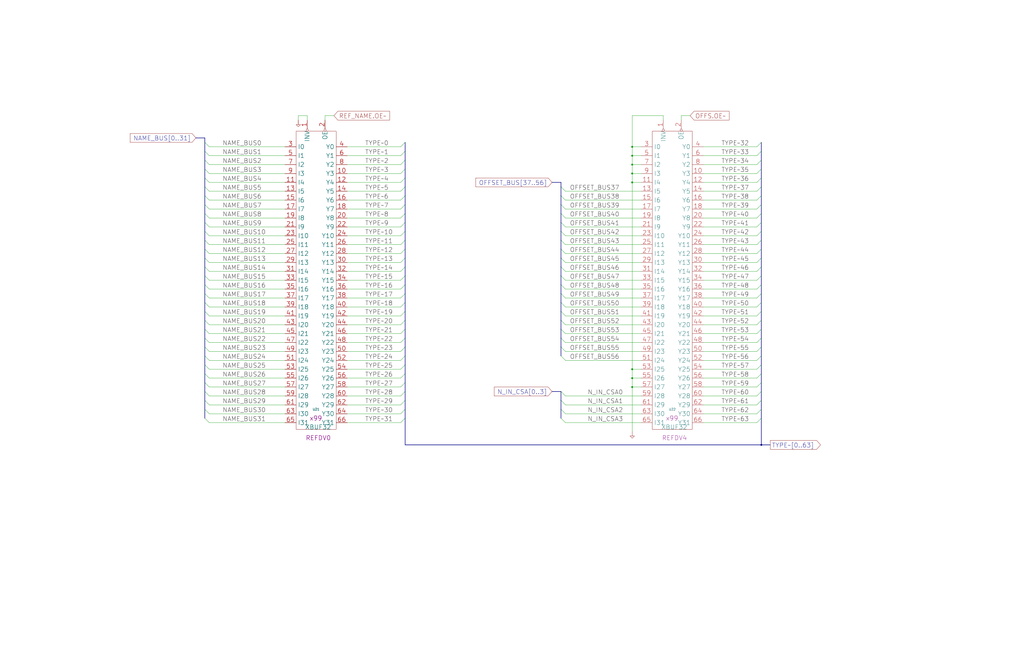
<source format=kicad_sch>
(kicad_sch (version 20230121) (generator eeschema)
  (paper "User" 584.2 378.46)
  (title_block (title "CONTROL STACK REF DRIVE") (date "22-MAY-90") (rev "1.0") (comment 1 "SEQUENCER") (comment 2 "232-003064") (comment 3 "S400") (comment 4 "RELEASED"))
  (lib_symbols
    (symbol "r1000:PD" (power) (pin_numbers hide) (pin_names hide) (in_bom no)
      (symbol "PD_0_1"
        (polyline (pts (xy 0 -2.54) (xy 1.27 -2.54) (xy 0 -3.81) (xy -1.27 -2.54) (xy 0 -2.54)) (stroke (width 0.1524)))
      )
      (symbol "PD_1_1"
        (pin power_in line (at 0 0 270) (length 2.54) (name "PD") (number "1"))
      )
    )
    (symbol "r1000:XBUF32" (pin_names (offset 1.016))
      (property "Reference" "U" (at 2.54 5.08 0))
      (property "Value" "XBUF32" (at -3.81 -5.08 0))
      (property "Location" "___" (at -1.27 0 0))
      (property "Name" "______" (at 3.81 -12.7 0))
      (symbol "XBUF32_1_1"
        (rectangle (start -8.89 163.83) (end 13.97 -6.35))
        (circle (center -2.54 164.465) (radius 0.635))
        (circle (center 7.62 164.465) (radius 0.635))
        (pin input line (at -2.54 170.18 270) (length 5.08) (name "INV") (number "1"))
        (pin tri_state line (at 20.32 139.7 180) (length 6.35) (name "Y3") (number "10"))
        (pin input line (at -15.24 134.62 0) (length 6.35) (name "I4") (number "11"))
        (pin tri_state line (at 20.32 134.62 180) (length 6.35) (name "Y4") (number "12"))
        (pin input line (at -15.24 129.54 0) (length 6.35) (name "I5") (number "13"))
        (pin tri_state line (at 20.32 129.54 180) (length 6.35) (name "Y5") (number "14"))
        (pin input line (at -15.24 124.46 0) (length 6.35) (name "I6") (number "15"))
        (pin tri_state line (at 20.32 124.46 180) (length 6.35) (name "Y6") (number "16"))
        (pin input line (at -15.24 119.38 0) (length 6.35) (name "I7") (number "17"))
        (pin tri_state line (at 20.32 119.38 180) (length 6.35) (name "Y7") (number "18"))
        (pin input line (at -15.24 114.3 0) (length 6.35) (name "I8") (number "19"))
        (pin input line (at 7.62 170.18 270) (length 5.08) (name "OE") (number "2"))
        (pin tri_state line (at 20.32 114.3 180) (length 6.35) (name "Y8") (number "20"))
        (pin input line (at -15.24 109.22 0) (length 6.35) (name "I9") (number "21"))
        (pin tri_state line (at 20.32 109.22 180) (length 6.35) (name "Y9") (number "22"))
        (pin input line (at -15.24 104.14 0) (length 6.35) (name "I10") (number "23"))
        (pin tri_state line (at 20.32 104.14 180) (length 6.35) (name "Y10") (number "24"))
        (pin input line (at -15.24 99.06 0) (length 6.35) (name "I11") (number "25"))
        (pin tri_state line (at 20.32 99.06 180) (length 6.35) (name "Y11") (number "26"))
        (pin input line (at -15.24 93.98 0) (length 6.35) (name "I12") (number "27"))
        (pin tri_state line (at 20.32 93.98 180) (length 6.35) (name "Y12") (number "28"))
        (pin input line (at -15.24 88.9 0) (length 6.35) (name "I13") (number "29"))
        (pin input line (at -15.24 154.94 0) (length 6.35) (name "I0") (number "3"))
        (pin tri_state line (at 20.32 88.9 180) (length 6.35) (name "Y13") (number "30"))
        (pin input line (at -15.24 83.82 0) (length 6.35) (name "I14") (number "31"))
        (pin tri_state line (at 20.32 83.82 180) (length 6.35) (name "Y14") (number "32"))
        (pin input line (at -15.24 78.74 0) (length 6.35) (name "I15") (number "33"))
        (pin tri_state line (at 20.32 78.74 180) (length 6.35) (name "Y15") (number "34"))
        (pin input line (at -15.24 73.66 0) (length 6.35) (name "I16") (number "35"))
        (pin tri_state line (at 20.32 73.66 180) (length 6.35) (name "Y16") (number "36"))
        (pin input line (at -15.24 68.58 0) (length 6.35) (name "I17") (number "37"))
        (pin tri_state line (at 20.32 68.58 180) (length 6.35) (name "Y17") (number "38"))
        (pin input line (at -15.24 63.5 0) (length 6.35) (name "I18") (number "39"))
        (pin tri_state line (at 20.32 154.94 180) (length 6.35) (name "Y0") (number "4"))
        (pin tri_state line (at 20.32 63.5 180) (length 6.35) (name "Y18") (number "40"))
        (pin input line (at -15.24 58.42 0) (length 6.35) (name "I19") (number "41"))
        (pin tri_state line (at 20.32 58.42 180) (length 6.35) (name "Y19") (number "42"))
        (pin input line (at -15.24 53.34 0) (length 6.35) (name "I20") (number "43"))
        (pin tri_state line (at 20.32 53.34 180) (length 6.35) (name "Y20") (number "44"))
        (pin input line (at -15.24 48.26 0) (length 6.35) (name "I21") (number "45"))
        (pin tri_state line (at 20.32 48.26 180) (length 6.35) (name "Y21") (number "46"))
        (pin input line (at -15.24 43.18 0) (length 6.35) (name "I22") (number "47"))
        (pin tri_state line (at 20.32 43.18 180) (length 6.35) (name "Y22") (number "48"))
        (pin input line (at -15.24 38.1 0) (length 6.35) (name "I23") (number "49"))
        (pin input line (at -15.24 149.86 0) (length 6.35) (name "I1") (number "5"))
        (pin tri_state line (at 20.32 38.1 180) (length 6.35) (name "Y23") (number "50"))
        (pin input line (at -15.24 33.02 0) (length 6.35) (name "I24") (number "51"))
        (pin tri_state line (at 20.32 33.02 180) (length 6.35) (name "Y24") (number "52"))
        (pin input line (at -15.24 27.94 0) (length 6.35) (name "I25") (number "53"))
        (pin tri_state line (at 20.32 27.94 180) (length 6.35) (name "Y25") (number "54"))
        (pin input line (at -15.24 22.86 0) (length 6.35) (name "I26") (number "55"))
        (pin tri_state line (at 20.32 22.86 180) (length 6.35) (name "Y26") (number "56"))
        (pin input line (at -15.24 17.78 0) (length 6.35) (name "I27") (number "57"))
        (pin tri_state line (at 20.32 17.78 180) (length 6.35) (name "Y27") (number "58"))
        (pin input line (at -15.24 12.7 0) (length 6.35) (name "I28") (number "59"))
        (pin tri_state line (at 20.32 149.86 180) (length 6.35) (name "Y1") (number "6"))
        (pin tri_state line (at 20.32 12.7 180) (length 6.35) (name "Y28") (number "60"))
        (pin input line (at -15.24 7.62 0) (length 6.35) (name "I29") (number "61"))
        (pin tri_state line (at 20.32 7.62 180) (length 6.35) (name "Y29") (number "62"))
        (pin input line (at -15.24 2.54 0) (length 6.35) (name "I30") (number "63"))
        (pin tri_state line (at 20.32 2.54 180) (length 6.35) (name "Y30") (number "64"))
        (pin input line (at -15.24 -2.54 0) (length 6.35) (name "I31") (number "65"))
        (pin tri_state line (at 20.32 -2.54 180) (length 6.35) (name "Y31") (number "66"))
        (pin input line (at -15.24 144.78 0) (length 6.35) (name "I2") (number "7"))
        (pin tri_state line (at 20.32 144.78 180) (length 6.35) (name "Y2") (number "8"))
        (pin input line (at -15.24 139.7 0) (length 6.35) (name "I3") (number "9"))
      )
    )
  )
  (junction (at 360.68 83.82))
  (junction (at 360.68 104.14))
  (junction (at 360.68 99.06))
  (junction (at 360.68 220.98))
  (junction (at 360.68 88.9))
  (junction (at 360.68 93.98))
  (junction (at 434.34 254))
  (junction (at 360.68 210.82))
  (junction (at 360.68 215.9))
  (bus_entry (at 231.14 172.72) (size -2.54 2.54))
  (bus_entry (at 434.34 203.2) (size -2.54 2.54))
  (bus_entry (at 434.34 121.92) (size -2.54 2.54))
  (bus_entry (at 231.14 127) (size -2.54 2.54))
  (bus_entry (at 434.34 218.44) (size -2.54 2.54))
  (bus_entry (at 231.14 203.2) (size -2.54 2.54))
  (bus_entry (at 116.84 121.92) (size 2.54 2.54))
  (bus_entry (at 320.04 187.96) (size 2.54 2.54))
  (bus_entry (at 320.04 182.88) (size 2.54 2.54))
  (bus_entry (at 116.84 162.56) (size 2.54 2.54))
  (bus_entry (at 116.84 182.88) (size 2.54 2.54))
  (bus_entry (at 320.04 162.56) (size 2.54 2.54))
  (bus_entry (at 231.14 152.4) (size -2.54 2.54))
  (bus_entry (at 434.34 223.52) (size -2.54 2.54))
  (bus_entry (at 231.14 193.04) (size -2.54 2.54))
  (bus_entry (at 231.14 187.96) (size -2.54 2.54))
  (bus_entry (at 231.14 218.44) (size -2.54 2.54))
  (bus_entry (at 116.84 187.96) (size 2.54 2.54))
  (bus_entry (at 231.14 157.48) (size -2.54 2.54))
  (bus_entry (at 320.04 203.2) (size 2.54 2.54))
  (bus_entry (at 320.04 172.72) (size 2.54 2.54))
  (bus_entry (at 231.14 101.6) (size -2.54 2.54))
  (bus_entry (at 116.84 147.32) (size 2.54 2.54))
  (bus_entry (at 434.34 208.28) (size -2.54 2.54))
  (bus_entry (at 116.84 208.28) (size 2.54 2.54))
  (bus_entry (at 116.84 101.6) (size 2.54 2.54))
  (bus_entry (at 434.34 167.64) (size -2.54 2.54))
  (bus_entry (at 116.84 218.44) (size 2.54 2.54))
  (bus_entry (at 231.14 106.68) (size -2.54 2.54))
  (bus_entry (at 434.34 111.76) (size -2.54 2.54))
  (bus_entry (at 434.34 182.88) (size -2.54 2.54))
  (bus_entry (at 231.14 111.76) (size -2.54 2.54))
  (bus_entry (at 116.84 172.72) (size 2.54 2.54))
  (bus_entry (at 231.14 132.08) (size -2.54 2.54))
  (bus_entry (at 434.34 91.44) (size -2.54 2.54))
  (bus_entry (at 116.84 132.08) (size 2.54 2.54))
  (bus_entry (at 434.34 162.56) (size -2.54 2.54))
  (bus_entry (at 231.14 167.64) (size -2.54 2.54))
  (bus_entry (at 434.34 172.72) (size -2.54 2.54))
  (bus_entry (at 231.14 142.24) (size -2.54 2.54))
  (bus_entry (at 434.34 193.04) (size -2.54 2.54))
  (bus_entry (at 116.84 81.28) (size 2.54 2.54))
  (bus_entry (at 116.84 233.68) (size 2.54 2.54))
  (bus_entry (at 116.84 106.68) (size 2.54 2.54))
  (bus_entry (at 434.34 198.12) (size -2.54 2.54))
  (bus_entry (at 434.34 106.68) (size -2.54 2.54))
  (bus_entry (at 231.14 96.52) (size -2.54 2.54))
  (bus_entry (at 116.84 198.12) (size 2.54 2.54))
  (bus_entry (at 320.04 152.4) (size 2.54 2.54))
  (bus_entry (at 434.34 233.68) (size -2.54 2.54))
  (bus_entry (at 231.14 86.36) (size -2.54 2.54))
  (bus_entry (at 116.84 193.04) (size 2.54 2.54))
  (bus_entry (at 434.34 152.4) (size -2.54 2.54))
  (bus_entry (at 116.84 213.36) (size 2.54 2.54))
  (bus_entry (at 231.14 147.32) (size -2.54 2.54))
  (bus_entry (at 231.14 223.52) (size -2.54 2.54))
  (bus_entry (at 231.14 91.44) (size -2.54 2.54))
  (bus_entry (at 434.34 228.6) (size -2.54 2.54))
  (bus_entry (at 116.84 152.4) (size 2.54 2.54))
  (bus_entry (at 320.04 177.8) (size 2.54 2.54))
  (bus_entry (at 116.84 238.76) (size 2.54 2.54))
  (bus_entry (at 116.84 91.44) (size 2.54 2.54))
  (bus_entry (at 434.34 238.76) (size -2.54 2.54))
  (bus_entry (at 320.04 106.68) (size 2.54 2.54))
  (bus_entry (at 320.04 121.92) (size 2.54 2.54))
  (bus_entry (at 231.14 213.36) (size -2.54 2.54))
  (bus_entry (at 434.34 187.96) (size -2.54 2.54))
  (bus_entry (at 320.04 116.84) (size 2.54 2.54))
  (bus_entry (at 320.04 238.76) (size 2.54 2.54))
  (bus_entry (at 320.04 147.32) (size 2.54 2.54))
  (bus_entry (at 231.14 177.8) (size -2.54 2.54))
  (bus_entry (at 116.84 116.84) (size 2.54 2.54))
  (bus_entry (at 116.84 86.36) (size 2.54 2.54))
  (bus_entry (at 231.14 121.92) (size -2.54 2.54))
  (bus_entry (at 116.84 223.52) (size 2.54 2.54))
  (bus_entry (at 434.34 177.8) (size -2.54 2.54))
  (bus_entry (at 116.84 167.64) (size 2.54 2.54))
  (bus_entry (at 116.84 157.48) (size 2.54 2.54))
  (bus_entry (at 116.84 137.16) (size 2.54 2.54))
  (bus_entry (at 116.84 111.76) (size 2.54 2.54))
  (bus_entry (at 231.14 228.6) (size -2.54 2.54))
  (bus_entry (at 231.14 198.12) (size -2.54 2.54))
  (bus_entry (at 231.14 137.16) (size -2.54 2.54))
  (bus_entry (at 434.34 81.28) (size -2.54 2.54))
  (bus_entry (at 434.34 142.24) (size -2.54 2.54))
  (bus_entry (at 231.14 238.76) (size -2.54 2.54))
  (bus_entry (at 231.14 208.28) (size -2.54 2.54))
  (bus_entry (at 116.84 96.52) (size 2.54 2.54))
  (bus_entry (at 231.14 162.56) (size -2.54 2.54))
  (bus_entry (at 231.14 233.68) (size -2.54 2.54))
  (bus_entry (at 116.84 142.24) (size 2.54 2.54))
  (bus_entry (at 320.04 198.12) (size 2.54 2.54))
  (bus_entry (at 320.04 142.24) (size 2.54 2.54))
  (bus_entry (at 231.14 116.84) (size -2.54 2.54))
  (bus_entry (at 231.14 81.28) (size -2.54 2.54))
  (bus_entry (at 434.34 132.08) (size -2.54 2.54))
  (bus_entry (at 320.04 233.68) (size 2.54 2.54))
  (bus_entry (at 434.34 213.36) (size -2.54 2.54))
  (bus_entry (at 434.34 157.48) (size -2.54 2.54))
  (bus_entry (at 116.84 127) (size 2.54 2.54))
  (bus_entry (at 320.04 228.6) (size 2.54 2.54))
  (bus_entry (at 320.04 127) (size 2.54 2.54))
  (bus_entry (at 116.84 203.2) (size 2.54 2.54))
  (bus_entry (at 434.34 101.6) (size -2.54 2.54))
  (bus_entry (at 231.14 182.88) (size -2.54 2.54))
  (bus_entry (at 320.04 193.04) (size 2.54 2.54))
  (bus_entry (at 116.84 228.6) (size 2.54 2.54))
  (bus_entry (at 434.34 127) (size -2.54 2.54))
  (bus_entry (at 116.84 177.8) (size 2.54 2.54))
  (bus_entry (at 434.34 116.84) (size -2.54 2.54))
  (bus_entry (at 434.34 147.32) (size -2.54 2.54))
  (bus_entry (at 320.04 111.76) (size 2.54 2.54))
  (bus_entry (at 434.34 86.36) (size -2.54 2.54))
  (bus_entry (at 320.04 137.16) (size 2.54 2.54))
  (bus_entry (at 320.04 157.48) (size 2.54 2.54))
  (bus_entry (at 320.04 132.08) (size 2.54 2.54))
  (bus_entry (at 320.04 223.52) (size 2.54 2.54))
  (bus_entry (at 434.34 96.52) (size -2.54 2.54))
  (bus_entry (at 320.04 167.64) (size 2.54 2.54))
  (bus_entry (at 434.34 137.16) (size -2.54 2.54))
  (wire (pts (xy 198.12 215.9) (xy 228.6 215.9)))
  (wire (pts (xy 119.38 149.86) (xy 162.56 149.86)))
  (wire (pts (xy 198.12 104.14) (xy 228.6 104.14)))
  (wire (pts (xy 322.58 134.62) (xy 365.76 134.62)))
  (wire (pts (xy 198.12 124.46) (xy 228.6 124.46)))
  (wire (pts (xy 119.38 175.26) (xy 162.56 175.26)))
  (bus (pts (xy 320.04 172.72) (xy 320.04 177.8)))
  (bus (pts (xy 231.14 213.36) (xy 231.14 218.44)))
  (wire (pts (xy 401.32 154.94) (xy 431.8 154.94)))
  (wire (pts (xy 360.68 210.82) (xy 360.68 215.9)))
  (wire (pts (xy 360.68 83.82) (xy 360.68 88.9)))
  (bus (pts (xy 231.14 132.08) (xy 231.14 137.16)))
  (wire (pts (xy 360.68 104.14) (xy 365.76 104.14)))
  (wire (pts (xy 322.58 175.26) (xy 365.76 175.26)))
  (wire (pts (xy 322.58 119.38) (xy 365.76 119.38)))
  (bus (pts (xy 116.84 208.28) (xy 116.84 213.36)))
  (bus (pts (xy 116.84 187.96) (xy 116.84 193.04)))
  (wire (pts (xy 119.38 129.54) (xy 162.56 129.54)))
  (wire (pts (xy 119.38 185.42) (xy 162.56 185.42)))
  (wire (pts (xy 198.12 220.98) (xy 228.6 220.98)))
  (wire (pts (xy 198.12 139.7) (xy 228.6 139.7)))
  (wire (pts (xy 185.42 66.04) (xy 185.42 68.58)))
  (wire (pts (xy 360.68 215.9) (xy 365.76 215.9)))
  (bus (pts (xy 320.04 162.56) (xy 320.04 167.64)))
  (wire (pts (xy 198.12 129.54) (xy 228.6 129.54)))
  (bus (pts (xy 320.04 152.4) (xy 320.04 157.48)))
  (wire (pts (xy 322.58 226.06) (xy 365.76 226.06)))
  (wire (pts (xy 322.58 185.42) (xy 365.76 185.42)))
  (wire (pts (xy 198.12 170.18) (xy 228.6 170.18)))
  (wire (pts (xy 198.12 160.02) (xy 228.6 160.02)))
  (bus (pts (xy 434.34 167.64) (xy 434.34 172.72)))
  (wire (pts (xy 401.32 134.62) (xy 431.8 134.62)))
  (bus (pts (xy 231.14 137.16) (xy 231.14 142.24)))
  (bus (pts (xy 116.84 142.24) (xy 116.84 147.32)))
  (wire (pts (xy 198.12 195.58) (xy 228.6 195.58)))
  (wire (pts (xy 119.38 165.1) (xy 162.56 165.1)))
  (bus (pts (xy 320.04 223.52) (xy 320.04 228.6)))
  (bus (pts (xy 320.04 193.04) (xy 320.04 198.12)))
  (wire (pts (xy 322.58 231.14) (xy 365.76 231.14)))
  (bus (pts (xy 320.04 233.68) (xy 320.04 238.76)))
  (wire (pts (xy 322.58 190.5) (xy 365.76 190.5)))
  (bus (pts (xy 116.84 86.36) (xy 116.84 91.44)))
  (bus (pts (xy 434.34 142.24) (xy 434.34 147.32)))
  (bus (pts (xy 116.84 91.44) (xy 116.84 96.52)))
  (bus (pts (xy 434.34 157.48) (xy 434.34 162.56)))
  (bus (pts (xy 320.04 177.8) (xy 320.04 182.88)))
  (bus (pts (xy 434.34 81.28) (xy 434.34 86.36)))
  (bus (pts (xy 434.34 137.16) (xy 434.34 142.24)))
  (bus (pts (xy 116.84 218.44) (xy 116.84 223.52)))
  (wire (pts (xy 322.58 195.58) (xy 365.76 195.58)))
  (bus (pts (xy 116.84 127) (xy 116.84 132.08)))
  (wire (pts (xy 119.38 119.38) (xy 162.56 119.38)))
  (wire (pts (xy 119.38 88.9) (xy 162.56 88.9)))
  (wire (pts (xy 401.32 185.42) (xy 431.8 185.42)))
  (wire (pts (xy 401.32 190.5) (xy 431.8 190.5)))
  (wire (pts (xy 198.12 205.74) (xy 228.6 205.74)))
  (bus (pts (xy 320.04 104.14) (xy 320.04 106.68)))
  (wire (pts (xy 360.68 104.14) (xy 360.68 210.82)))
  (wire (pts (xy 119.38 109.22) (xy 162.56 109.22)))
  (wire (pts (xy 119.38 93.98) (xy 162.56 93.98)))
  (wire (pts (xy 119.38 231.14) (xy 162.56 231.14)))
  (wire (pts (xy 198.12 200.66) (xy 228.6 200.66)))
  (bus (pts (xy 231.14 142.24) (xy 231.14 147.32)))
  (wire (pts (xy 198.12 88.9) (xy 228.6 88.9)))
  (bus (pts (xy 231.14 96.52) (xy 231.14 101.6)))
  (bus (pts (xy 434.34 198.12) (xy 434.34 203.2)))
  (bus (pts (xy 434.34 172.72) (xy 434.34 177.8)))
  (wire (pts (xy 401.32 114.3) (xy 431.8 114.3)))
  (bus (pts (xy 231.14 101.6) (xy 231.14 106.68)))
  (wire (pts (xy 388.62 66.04) (xy 388.62 68.58)))
  (wire (pts (xy 360.68 99.06) (xy 365.76 99.06)))
  (wire (pts (xy 360.68 220.98) (xy 365.76 220.98)))
  (bus (pts (xy 320.04 137.16) (xy 320.04 142.24)))
  (wire (pts (xy 322.58 139.7) (xy 365.76 139.7)))
  (wire (pts (xy 401.32 165.1) (xy 431.8 165.1)))
  (bus (pts (xy 434.34 233.68) (xy 434.34 238.76)))
  (wire (pts (xy 198.12 185.42) (xy 228.6 185.42)))
  (bus (pts (xy 116.84 182.88) (xy 116.84 187.96)))
  (wire (pts (xy 322.58 149.86) (xy 365.76 149.86)))
  (wire (pts (xy 393.7 66.04) (xy 388.62 66.04)))
  (bus (pts (xy 231.14 182.88) (xy 231.14 187.96)))
  (bus (pts (xy 116.84 78.74) (xy 116.84 81.28)))
  (wire (pts (xy 119.38 241.3) (xy 162.56 241.3)))
  (wire (pts (xy 119.38 205.74) (xy 162.56 205.74)))
  (bus (pts (xy 231.14 86.36) (xy 231.14 91.44)))
  (bus (pts (xy 231.14 147.32) (xy 231.14 152.4)))
  (bus (pts (xy 231.14 203.2) (xy 231.14 198.12)))
  (wire (pts (xy 198.12 119.38) (xy 228.6 119.38)))
  (bus (pts (xy 116.84 116.84) (xy 116.84 121.92)))
  (wire (pts (xy 322.58 109.22) (xy 365.76 109.22)))
  (wire (pts (xy 119.38 190.5) (xy 162.56 190.5)))
  (bus (pts (xy 434.34 91.44) (xy 434.34 96.52)))
  (bus (pts (xy 314.96 104.14) (xy 320.04 104.14)))
  (wire (pts (xy 119.38 226.06) (xy 162.56 226.06)))
  (wire (pts (xy 401.32 119.38) (xy 431.8 119.38)))
  (wire (pts (xy 401.32 231.14) (xy 431.8 231.14)))
  (bus (pts (xy 116.84 228.6) (xy 116.84 233.68)))
  (wire (pts (xy 401.32 205.74) (xy 431.8 205.74)))
  (wire (pts (xy 119.38 99.06) (xy 162.56 99.06)))
  (wire (pts (xy 198.12 109.22) (xy 228.6 109.22)))
  (bus (pts (xy 231.14 233.68) (xy 231.14 238.76)))
  (bus (pts (xy 320.04 116.84) (xy 320.04 121.92)))
  (wire (pts (xy 198.12 165.1) (xy 228.6 165.1)))
  (wire (pts (xy 378.46 66.04) (xy 360.68 66.04)))
  (wire (pts (xy 322.58 241.3) (xy 365.76 241.3)))
  (wire (pts (xy 401.32 83.82) (xy 431.8 83.82)))
  (wire (pts (xy 198.12 190.5) (xy 228.6 190.5)))
  (wire (pts (xy 360.68 215.9) (xy 360.68 220.98)))
  (wire (pts (xy 119.38 180.34) (xy 162.56 180.34)))
  (bus (pts (xy 231.14 106.68) (xy 231.14 111.76)))
  (wire (pts (xy 401.32 210.82) (xy 431.8 210.82)))
  (wire (pts (xy 401.32 226.06) (xy 431.8 226.06)))
  (wire (pts (xy 401.32 129.54) (xy 431.8 129.54)))
  (wire (pts (xy 119.38 160.02) (xy 162.56 160.02)))
  (wire (pts (xy 119.38 170.18) (xy 162.56 170.18)))
  (wire (pts (xy 401.32 139.7) (xy 431.8 139.7)))
  (wire (pts (xy 198.12 114.3) (xy 228.6 114.3)))
  (bus (pts (xy 434.34 86.36) (xy 434.34 91.44)))
  (bus (pts (xy 231.14 193.04) (xy 231.14 187.96)))
  (wire (pts (xy 322.58 129.54) (xy 365.76 129.54)))
  (bus (pts (xy 320.04 187.96) (xy 320.04 193.04)))
  (wire (pts (xy 119.38 220.98) (xy 162.56 220.98)))
  (wire (pts (xy 378.46 68.58) (xy 378.46 66.04)))
  (bus (pts (xy 434.34 187.96) (xy 434.34 193.04)))
  (wire (pts (xy 322.58 180.34) (xy 365.76 180.34)))
  (bus (pts (xy 314.96 223.52) (xy 320.04 223.52)))
  (bus (pts (xy 231.14 223.52) (xy 231.14 228.6)))
  (wire (pts (xy 198.12 180.34) (xy 228.6 180.34)))
  (bus (pts (xy 111.76 78.74) (xy 116.84 78.74)))
  (bus (pts (xy 320.04 228.6) (xy 320.04 233.68)))
  (wire (pts (xy 401.32 180.34) (xy 431.8 180.34)))
  (bus (pts (xy 434.34 223.52) (xy 434.34 228.6)))
  (wire (pts (xy 401.32 104.14) (xy 431.8 104.14)))
  (bus (pts (xy 231.14 172.72) (xy 231.14 167.64)))
  (bus (pts (xy 231.14 116.84) (xy 231.14 121.92)))
  (wire (pts (xy 198.12 210.82) (xy 228.6 210.82)))
  (bus (pts (xy 434.34 254) (xy 434.34 238.76)))
  (wire (pts (xy 360.68 93.98) (xy 365.76 93.98)))
  (wire (pts (xy 119.38 144.78) (xy 162.56 144.78)))
  (wire (pts (xy 401.32 99.06) (xy 431.8 99.06)))
  (bus (pts (xy 434.34 106.68) (xy 434.34 111.76)))
  (bus (pts (xy 434.34 101.6) (xy 434.34 106.68)))
  (bus (pts (xy 434.34 203.2) (xy 434.34 208.28)))
  (wire (pts (xy 198.12 99.06) (xy 228.6 99.06)))
  (bus (pts (xy 116.84 152.4) (xy 116.84 157.48)))
  (bus (pts (xy 320.04 167.64) (xy 320.04 172.72)))
  (wire (pts (xy 322.58 144.78) (xy 365.76 144.78)))
  (wire (pts (xy 322.58 205.74) (xy 365.76 205.74)))
  (wire (pts (xy 360.68 93.98) (xy 360.68 99.06)))
  (bus (pts (xy 116.84 223.52) (xy 116.84 228.6)))
  (bus (pts (xy 434.34 213.36) (xy 434.34 218.44)))
  (wire (pts (xy 360.68 88.9) (xy 360.68 93.98)))
  (wire (pts (xy 119.38 134.62) (xy 162.56 134.62)))
  (wire (pts (xy 322.58 200.66) (xy 365.76 200.66)))
  (bus (pts (xy 320.04 182.88) (xy 320.04 187.96)))
  (wire (pts (xy 401.32 175.26) (xy 431.8 175.26)))
  (wire (pts (xy 175.26 66.04) (xy 175.26 68.58)))
  (wire (pts (xy 401.32 220.98) (xy 431.8 220.98)))
  (bus (pts (xy 116.84 137.16) (xy 116.84 142.24)))
  (bus (pts (xy 320.04 142.24) (xy 320.04 147.32)))
  (wire (pts (xy 198.12 231.14) (xy 228.6 231.14)))
  (bus (pts (xy 434.34 132.08) (xy 434.34 137.16)))
  (wire (pts (xy 119.38 236.22) (xy 162.56 236.22)))
  (wire (pts (xy 170.18 66.04) (xy 175.26 66.04)))
  (wire (pts (xy 198.12 144.78) (xy 228.6 144.78)))
  (wire (pts (xy 322.58 154.94) (xy 365.76 154.94)))
  (wire (pts (xy 322.58 124.46) (xy 365.76 124.46)))
  (bus (pts (xy 116.84 167.64) (xy 116.84 172.72)))
  (bus (pts (xy 320.04 198.12) (xy 320.04 203.2)))
  (wire (pts (xy 119.38 139.7) (xy 162.56 139.7)))
  (wire (pts (xy 401.32 200.66) (xy 431.8 200.66)))
  (wire (pts (xy 322.58 236.22) (xy 365.76 236.22)))
  (bus (pts (xy 116.84 172.72) (xy 116.84 177.8)))
  (bus (pts (xy 434.34 228.6) (xy 434.34 233.68)))
  (wire (pts (xy 360.68 88.9) (xy 365.76 88.9)))
  (bus (pts (xy 320.04 106.68) (xy 320.04 111.76)))
  (wire (pts (xy 119.38 104.14) (xy 162.56 104.14)))
  (bus (pts (xy 116.84 203.2) (xy 116.84 208.28)))
  (bus (pts (xy 434.34 218.44) (xy 434.34 223.52)))
  (wire (pts (xy 401.32 109.22) (xy 431.8 109.22)))
  (bus (pts (xy 116.84 132.08) (xy 116.84 137.16)))
  (bus (pts (xy 116.84 147.32) (xy 116.84 152.4)))
  (bus (pts (xy 231.14 198.12) (xy 231.14 193.04)))
  (wire (pts (xy 119.38 124.46) (xy 162.56 124.46)))
  (bus (pts (xy 434.34 96.52) (xy 434.34 101.6)))
  (wire (pts (xy 360.68 220.98) (xy 360.68 246.38)))
  (bus (pts (xy 231.14 81.28) (xy 231.14 86.36)))
  (wire (pts (xy 119.38 200.66) (xy 162.56 200.66)))
  (bus (pts (xy 434.34 127) (xy 434.34 132.08)))
  (bus (pts (xy 231.14 152.4) (xy 231.14 157.48)))
  (wire (pts (xy 198.12 93.98) (xy 228.6 93.98)))
  (wire (pts (xy 322.58 170.18) (xy 365.76 170.18)))
  (bus (pts (xy 231.14 177.8) (xy 231.14 182.88)))
  (wire (pts (xy 119.38 210.82) (xy 162.56 210.82)))
  (wire (pts (xy 119.38 195.58) (xy 162.56 195.58)))
  (bus (pts (xy 116.84 177.8) (xy 116.84 182.88)))
  (wire (pts (xy 401.32 88.9) (xy 431.8 88.9)))
  (wire (pts (xy 365.76 83.82) (xy 360.68 83.82)))
  (bus (pts (xy 434.34 162.56) (xy 434.34 167.64)))
  (bus (pts (xy 116.84 157.48) (xy 116.84 162.56)))
  (bus (pts (xy 320.04 147.32) (xy 320.04 152.4)))
  (wire (pts (xy 401.32 195.58) (xy 431.8 195.58)))
  (wire (pts (xy 401.32 149.86) (xy 431.8 149.86)))
  (wire (pts (xy 190.5 66.04) (xy 185.42 66.04)))
  (bus (pts (xy 320.04 121.92) (xy 320.04 127)))
  (bus (pts (xy 434.34 193.04) (xy 434.34 198.12)))
  (wire (pts (xy 198.12 175.26) (xy 228.6 175.26)))
  (bus (pts (xy 320.04 132.08) (xy 320.04 137.16)))
  (wire (pts (xy 198.12 154.94) (xy 228.6 154.94)))
  (bus (pts (xy 116.84 198.12) (xy 116.84 203.2)))
  (bus (pts (xy 231.14 254) (xy 231.14 238.76)))
  (bus (pts (xy 434.34 177.8) (xy 434.34 182.88)))
  (bus (pts (xy 116.84 101.6) (xy 116.84 106.68)))
  (wire (pts (xy 198.12 241.3) (xy 228.6 241.3)))
  (wire (pts (xy 322.58 165.1) (xy 365.76 165.1)))
  (wire (pts (xy 198.12 134.62) (xy 228.6 134.62)))
  (wire (pts (xy 401.32 241.3) (xy 431.8 241.3)))
  (bus (pts (xy 116.84 193.04) (xy 116.84 198.12)))
  (wire (pts (xy 170.18 68.58) (xy 170.18 66.04)))
  (bus (pts (xy 116.84 213.36) (xy 116.84 218.44)))
  (wire (pts (xy 322.58 114.3) (xy 365.76 114.3)))
  (bus (pts (xy 320.04 111.76) (xy 320.04 116.84)))
  (bus (pts (xy 320.04 157.48) (xy 320.04 162.56)))
  (wire (pts (xy 360.68 66.04) (xy 360.68 83.82)))
  (bus (pts (xy 231.14 116.84) (xy 231.14 111.76)))
  (bus (pts (xy 116.84 106.68) (xy 116.84 111.76)))
  (bus (pts (xy 231.14 127) (xy 231.14 132.08)))
  (wire (pts (xy 401.32 93.98) (xy 431.8 93.98)))
  (wire (pts (xy 360.68 210.82) (xy 365.76 210.82)))
  (bus (pts (xy 434.34 254) (xy 439.42 254)))
  (bus (pts (xy 231.14 208.28) (xy 231.14 203.2)))
  (bus (pts (xy 434.34 147.32) (xy 434.34 152.4)))
  (wire (pts (xy 401.32 215.9) (xy 431.8 215.9)))
  (bus (pts (xy 231.14 254) (xy 434.34 254)))
  (bus (pts (xy 116.84 96.52) (xy 116.84 101.6)))
  (bus (pts (xy 231.14 91.44) (xy 231.14 96.52)))
  (bus (pts (xy 231.14 218.44) (xy 231.14 223.52)))
  (wire (pts (xy 119.38 114.3) (xy 162.56 114.3)))
  (wire (pts (xy 401.32 160.02) (xy 431.8 160.02)))
  (wire (pts (xy 198.12 149.86) (xy 228.6 149.86)))
  (bus (pts (xy 116.84 121.92) (xy 116.84 127)))
  (bus (pts (xy 231.14 213.36) (xy 231.14 208.28)))
  (wire (pts (xy 198.12 83.82) (xy 228.6 83.82)))
  (bus (pts (xy 434.34 152.4) (xy 434.34 157.48)))
  (bus (pts (xy 116.84 81.28) (xy 116.84 86.36)))
  (wire (pts (xy 360.68 99.06) (xy 360.68 104.14)))
  (bus (pts (xy 116.84 162.56) (xy 116.84 167.64)))
  (wire (pts (xy 119.38 83.82) (xy 162.56 83.82)))
  (wire (pts (xy 119.38 215.9) (xy 162.56 215.9)))
  (wire (pts (xy 198.12 236.22) (xy 228.6 236.22)))
  (bus (pts (xy 231.14 228.6) (xy 231.14 233.68)))
  (bus (pts (xy 231.14 121.92) (xy 231.14 127)))
  (bus (pts (xy 434.34 111.76) (xy 434.34 116.84)))
  (bus (pts (xy 434.34 208.28) (xy 434.34 213.36)))
  (bus (pts (xy 231.14 157.48) (xy 231.14 162.56)))
  (bus (pts (xy 434.34 182.88) (xy 434.34 187.96)))
  (wire (pts (xy 322.58 160.02) (xy 365.76 160.02)))
  (wire (pts (xy 119.38 154.94) (xy 162.56 154.94)))
  (wire (pts (xy 401.32 144.78) (xy 431.8 144.78)))
  (bus (pts (xy 231.14 162.56) (xy 231.14 167.64)))
  (bus (pts (xy 434.34 121.92) (xy 434.34 127)))
  (bus (pts (xy 116.84 111.76) (xy 116.84 116.84)))
  (bus (pts (xy 231.14 172.72) (xy 231.14 177.8)))
  (bus (pts (xy 434.34 116.84) (xy 434.34 121.92)))
  (wire (pts (xy 401.32 170.18) (xy 431.8 170.18)))
  (wire (pts (xy 401.32 236.22) (xy 431.8 236.22)))
  (wire (pts (xy 401.32 124.46) (xy 431.8 124.46)))
  (wire (pts (xy 198.12 226.06) (xy 228.6 226.06)))
  (bus (pts (xy 116.84 233.68) (xy 116.84 238.76)))
  (bus (pts (xy 320.04 127) (xy 320.04 132.08)))
  (label "OFFSET_BUS54" (at 325.12 195.58 0) (effects (font (size 2.54 2.54))))
  (label "TYPE~62" (at 411.48 236.22 0) (effects (font (size 2.54 2.54))))
  (label "NAME_BUS12" (at 127 144.78 0) (effects (font (size 2.54 2.54))))
  (label "TYPE~8" (at 208.28 124.46 0) (effects (font (size 2.54 2.54))))
  (label "TYPE~32" (at 411.48 83.82 0) (effects (font (size 2.54 2.54))))
  (label "OFFSET_BUS52" (at 325.12 185.42 0) (effects (font (size 2.54 2.54))))
  (label "OFFSET_BUS50" (at 325.12 175.26 0) (effects (font (size 2.54 2.54))))
  (label "TYPE~18" (at 208.28 175.26 0) (effects (font (size 2.54 2.54))))
  (label "TYPE~3" (at 208.28 99.06 0) (effects (font (size 2.54 2.54))))
  (label "TYPE~14" (at 208.28 154.94 0) (effects (font (size 2.54 2.54))))
  (label "NAME_BUS5" (at 127 109.22 0) (effects (font (size 2.54 2.54))))
  (label "TYPE~43" (at 411.48 139.7 0) (effects (font (size 2.54 2.54))))
  (label "NAME_BUS18" (at 127 175.26 0) (effects (font (size 2.54 2.54))))
  (label "NAME_BUS19" (at 127 180.34 0) (effects (font (size 2.54 2.54))))
  (label "TYPE~35" (at 411.48 99.06 0) (effects (font (size 2.54 2.54))))
  (label "NAME_BUS21" (at 127 190.5 0) (effects (font (size 2.54 2.54))))
  (label "TYPE~40" (at 411.48 124.46 0) (effects (font (size 2.54 2.54))))
  (label "NAME_BUS30" (at 127 236.22 0) (effects (font (size 2.54 2.54))))
  (label "N_IN_CSA2" (at 335.28 236.22 0) (effects (font (size 2.54 2.54))))
  (label "TYPE~2" (at 208.28 93.98 0) (effects (font (size 2.54 2.54))))
  (label "OFFSET_BUS51" (at 325.12 180.34 0) (effects (font (size 2.54 2.54))))
  (label "TYPE~42" (at 411.48 134.62 0) (effects (font (size 2.54 2.54))))
  (label "OFFSET_BUS45" (at 325.12 149.86 0) (effects (font (size 2.54 2.54))))
  (label "TYPE~27" (at 208.28 220.98 0) (effects (font (size 2.54 2.54))))
  (label "TYPE~19" (at 208.28 180.34 0) (effects (font (size 2.54 2.54))))
  (label "TYPE~39" (at 411.48 119.38 0) (effects (font (size 2.54 2.54))))
  (label "NAME_BUS29" (at 127 231.14 0) (effects (font (size 2.54 2.54))))
  (label "TYPE~59" (at 411.48 220.98 0) (effects (font (size 2.54 2.54))))
  (label "TYPE~61" (at 411.48 231.14 0) (effects (font (size 2.54 2.54))))
  (label "NAME_BUS31" (at 127 241.3 0) (effects (font (size 2.54 2.54))))
  (label "NAME_BUS9" (at 127 129.54 0) (effects (font (size 2.54 2.54))))
  (label "TYPE~47" (at 411.48 160.02 0) (effects (font (size 2.54 2.54))))
  (label "TYPE~29" (at 208.28 231.14 0) (effects (font (size 2.54 2.54))))
  (label "TYPE~48" (at 411.48 165.1 0) (effects (font (size 2.54 2.54))))
  (label "NAME_BUS20" (at 127 185.42 0) (effects (font (size 2.54 2.54))))
  (label "OFFSET_BUS47" (at 325.12 160.02 0) (effects (font (size 2.54 2.54))))
  (label "TYPE~7" (at 208.28 119.38 0) (effects (font (size 2.54 2.54))))
  (label "TYPE~54" (at 411.48 195.58 0) (effects (font (size 2.54 2.54))))
  (label "TYPE~20" (at 208.28 185.42 0) (effects (font (size 2.54 2.54))))
  (label "TYPE~52" (at 411.48 185.42 0) (effects (font (size 2.54 2.54))))
  (label "OFFSET_BUS48" (at 325.12 165.1 0) (effects (font (size 2.54 2.54))))
  (label "TYPE~26" (at 208.28 215.9 0) (effects (font (size 2.54 2.54))))
  (label "TYPE~30" (at 208.28 236.22 0) (effects (font (size 2.54 2.54))))
  (label "TYPE~13" (at 208.28 149.86 0) (effects (font (size 2.54 2.54))))
  (label "NAME_BUS10" (at 127 134.62 0) (effects (font (size 2.54 2.54))))
  (label "TYPE~50" (at 411.48 175.26 0) (effects (font (size 2.54 2.54))))
  (label "NAME_BUS27" (at 127 220.98 0) (effects (font (size 2.54 2.54))))
  (label "OFFSET_BUS49" (at 325.12 170.18 0) (effects (font (size 2.54 2.54))))
  (label "TYPE~0" (at 208.28 83.82 0) (effects (font (size 2.54 2.54))))
  (label "NAME_BUS22" (at 127 195.58 0) (effects (font (size 2.54 2.54))))
  (label "TYPE~56" (at 411.48 205.74 0) (effects (font (size 2.54 2.54))))
  (label "TYPE~22" (at 208.28 195.58 0) (effects (font (size 2.54 2.54))))
  (label "TYPE~36" (at 411.48 104.14 0) (effects (font (size 2.54 2.54))))
  (label "TYPE~63" (at 411.48 241.3 0) (effects (font (size 2.54 2.54))))
  (label "TYPE~9" (at 208.28 129.54 0) (effects (font (size 2.54 2.54))))
  (label "NAME_BUS13" (at 127 149.86 0) (effects (font (size 2.54 2.54))))
  (label "TYPE~15" (at 208.28 160.02 0) (effects (font (size 2.54 2.54))))
  (label "TYPE~58" (at 411.48 215.9 0) (effects (font (size 2.54 2.54))))
  (label "NAME_BUS6" (at 127 114.3 0) (effects (font (size 2.54 2.54))))
  (label "TYPE~4" (at 208.28 104.14 0) (effects (font (size 2.54 2.54))))
  (label "NAME_BUS0" (at 127 83.82 0) (effects (font (size 2.54 2.54))))
  (label "NAME_BUS25" (at 127 210.82 0) (effects (font (size 2.54 2.54))))
  (label "NAME_BUS2" (at 127 93.98 0) (effects (font (size 2.54 2.54))))
  (label "NAME_BUS15" (at 127 160.02 0) (effects (font (size 2.54 2.54))))
  (label "OFFSET_BUS53" (at 325.12 190.5 0) (effects (font (size 2.54 2.54))))
  (label "TYPE~51" (at 411.48 180.34 0) (effects (font (size 2.54 2.54))))
  (label "TYPE~49" (at 411.48 170.18 0) (effects (font (size 2.54 2.54))))
  (label "NAME_BUS28" (at 127 226.06 0) (effects (font (size 2.54 2.54))))
  (label "NAME_BUS1" (at 127 88.9 0) (effects (font (size 2.54 2.54))))
  (label "NAME_BUS7" (at 127 119.38 0) (effects (font (size 2.54 2.54))))
  (label "OFFSET_BUS56" (at 325.12 205.74 0) (effects (font (size 2.54 2.54))))
  (label "TYPE~23" (at 208.28 200.66 0) (effects (font (size 2.54 2.54))))
  (label "OFFSET_BUS46" (at 325.12 154.94 0) (effects (font (size 2.54 2.54))))
  (label "OFFSET_BUS37" (at 325.12 109.22 0) (effects (font (size 2.54 2.54))))
  (label "OFFSET_BUS40" (at 325.12 124.46 0) (effects (font (size 2.54 2.54))))
  (label "OFFSET_BUS41" (at 325.12 129.54 0) (effects (font (size 2.54 2.54))))
  (label "TYPE~33" (at 411.48 88.9 0) (effects (font (size 2.54 2.54))))
  (label "N_IN_CSA0" (at 335.28 226.06 0) (effects (font (size 2.54 2.54))))
  (label "NAME_BUS4" (at 127 104.14 0) (effects (font (size 2.54 2.54))))
  (label "OFFSET_BUS43" (at 325.12 139.7 0) (effects (font (size 2.54 2.54))))
  (label "TYPE~12" (at 208.28 144.78 0) (effects (font (size 2.54 2.54))))
  (label "TYPE~46" (at 411.48 154.94 0) (effects (font (size 2.54 2.54))))
  (label "TYPE~10" (at 208.28 134.62 0) (effects (font (size 2.54 2.54))))
  (label "TYPE~38" (at 411.48 114.3 0) (effects (font (size 2.54 2.54))))
  (label "NAME_BUS23" (at 127 200.66 0) (effects (font (size 2.54 2.54))))
  (label "TYPE~21" (at 208.28 190.5 0) (effects (font (size 2.54 2.54))))
  (label "TYPE~57" (at 411.48 210.82 0) (effects (font (size 2.54 2.54))))
  (label "TYPE~44" (at 411.48 144.78 0) (effects (font (size 2.54 2.54))))
  (label "TYPE~24" (at 208.28 205.74 0) (effects (font (size 2.54 2.54))))
  (label "OFFSET_BUS42" (at 325.12 134.62 0) (effects (font (size 2.54 2.54))))
  (label "TYPE~28" (at 208.28 226.06 0) (effects (font (size 2.54 2.54))))
  (label "TYPE~11" (at 208.28 139.7 0) (effects (font (size 2.54 2.54))))
  (label "NAME_BUS3" (at 127 99.06 0) (effects (font (size 2.54 2.54))))
  (label "TYPE~16" (at 208.28 165.1 0) (effects (font (size 2.54 2.54))))
  (label "OFFSET_BUS55" (at 325.12 200.66 0) (effects (font (size 2.54 2.54))))
  (label "NAME_BUS17" (at 127 170.18 0) (effects (font (size 2.54 2.54))))
  (label "N_IN_CSA1" (at 335.28 231.14 0) (effects (font (size 2.54 2.54))))
  (label "OFFSET_BUS44" (at 325.12 144.78 0) (effects (font (size 2.54 2.54))))
  (label "NAME_BUS14" (at 127 154.94 0) (effects (font (size 2.54 2.54))))
  (label "TYPE~41" (at 411.48 129.54 0) (effects (font (size 2.54 2.54))))
  (label "TYPE~60" (at 411.48 226.06 0) (effects (font (size 2.54 2.54))))
  (label "TYPE~17" (at 208.28 170.18 0) (effects (font (size 2.54 2.54))))
  (label "NAME_BUS24" (at 127 205.74 0) (effects (font (size 2.54 2.54))))
  (label "NAME_BUS26" (at 127 215.9 0) (effects (font (size 2.54 2.54))))
  (label "TYPE~31" (at 208.28 241.3 0) (effects (font (size 2.54 2.54))))
  (label "TYPE~37" (at 411.48 109.22 0) (effects (font (size 2.54 2.54))))
  (label "NAME_BUS8" (at 127 124.46 0) (effects (font (size 2.54 2.54))))
  (label "TYPE~6" (at 208.28 114.3 0) (effects (font (size 2.54 2.54))))
  (label "TYPE~5" (at 208.28 109.22 0) (effects (font (size 2.54 2.54))))
  (label "OFFSET_BUS38" (at 325.12 114.3 0) (effects (font (size 2.54 2.54))))
  (label "TYPE~53" (at 411.48 190.5 0) (effects (font (size 2.54 2.54))))
  (label "TYPE~55" (at 411.48 200.66 0) (effects (font (size 2.54 2.54))))
  (label "NAME_BUS11" (at 127 139.7 0) (effects (font (size 2.54 2.54))))
  (label "OFFSET_BUS39" (at 325.12 119.38 0) (effects (font (size 2.54 2.54))))
  (label "TYPE~25" (at 208.28 210.82 0) (effects (font (size 2.54 2.54))))
  (label "NAME_BUS16" (at 127 165.1 0) (effects (font (size 2.54 2.54))))
  (label "N_IN_CSA3" (at 335.28 241.3 0) (effects (font (size 2.54 2.54))))
  (label "TYPE~34" (at 411.48 93.98 0) (effects (font (size 2.54 2.54))))
  (label "TYPE~45" (at 411.48 149.86 0) (effects (font (size 2.54 2.54))))
  (label "TYPE~1" (at 208.28 88.9 0) (effects (font (size 2.54 2.54))))
  (global_label "TYPE~[0..63]" (shape output) (at 439.42 254 0) (effects (font (size 2.54 2.54))) (property "Intersheetrefs" "${INTERSHEET_REFS}" (at 468.0736 253.8413 0) (effects (font (size 1.905 1.905)) (justify left))))
  (global_label "OFFSET_BUS[37..56]" (shape input) (at 314.96 104.14 180) (effects (font (size 2.54 2.54))) (property "Intersheetrefs" "${INTERSHEET_REFS}" (at 271.4292 103.9813 0) (effects (font (size 1.905 1.905)) (justify right))))
  (global_label "OFFS.OE~" (shape input) (at 393.7 66.04 0) (effects (font (size 2.54 2.54))) (property "Intersheetrefs" "${INTERSHEET_REFS}" (at 415.9431 65.8813 0) (effects (font (size 1.905 1.905)) (justify left))))
  (global_label "N_IN_CSA[0..3]" (shape input) (at 314.96 223.52 180) (effects (font (size 2.54 2.54))) (property "Intersheetrefs" "${INTERSHEET_REFS}" (at 281.9521 223.3613 0) (effects (font (size 1.905 1.905)) (justify right))))
  (global_label "NAME_BUS[0..31]" (shape input) (at 111.76 78.74 180) (effects (font (size 2.54 2.54))) (property "Intersheetrefs" "${INTERSHEET_REFS}" (at 74.2769 78.5813 0) (effects (font (size 1.905 1.905)) (justify right))))
  (global_label "REF_NAME.OE~" (shape input) (at 190.5 66.04 0) (effects (font (size 2.54 2.54))) (property "Intersheetrefs" "${INTERSHEET_REFS}" (at 222.2984 65.8813 0) (effects (font (size 1.905 1.905)) (justify left))))
  (symbol (lib_id "r1000:XBUF32") (at 177.8 238.76 0) (unit 1)
    (property "Reference" "U21" (at 180.34 233.68 0))
    (property "Value" "XBUF32" (at 173.99 243.84 0) (effects (font (size 2.54 2.54)) (justify left)))
    (property "Location" "x99" (at 176.53 238.76 0) (effects (font (size 2.54 2.54)) (justify left)))
    (property "Name" "REFDV0" (at 181.61 251.46 0) (effects (font (size 2.54 2.54)) (justify bottom)))
  )
  (symbol (lib_id "r1000:XBUF32") (at 381 238.76 0) (unit 1)
    (property "Reference" "U22" (at 383.54 233.68 0))
    (property "Value" "XBUF32" (at 377.19 243.84 0) (effects (font (size 2.54 2.54)) (justify left)))
    (property "Location" "x99" (at 379.73 238.76 0) (effects (font (size 2.54 2.54)) (justify left)))
    (property "Name" "REFDV4" (at 384.81 251.46 0) (effects (font (size 2.54 2.54)) (justify bottom)))
  )
  (symbol (lib_id "r1000:PD") (at 170.18 68.58 0) (unit 1) (in_bom no)
    (property "Reference" "#PWR08" (effects hide))
    (property "Value" "PD" (effects hide))
  )
  (symbol (lib_id "r1000:PD") (at 360.68 246.38 0) (unit 1) (in_bom no)
    (property "Reference" "#PWR09" (effects hide))
    (property "Value" "PD" (effects hide))
  )
)
</source>
